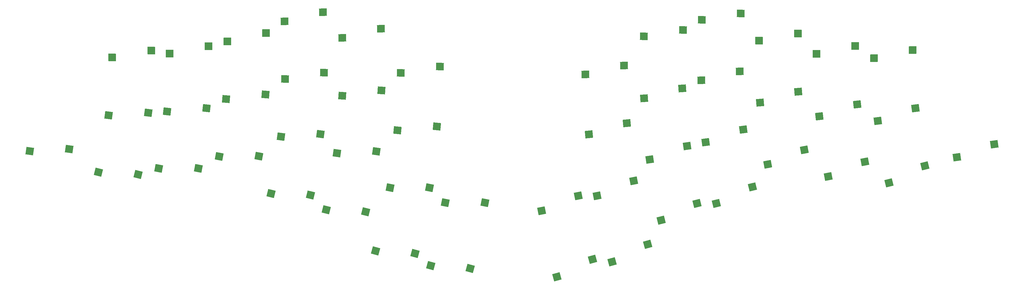
<source format=gbr>
%TF.GenerationSoftware,KiCad,Pcbnew,(6.0.1)*%
%TF.CreationDate,2022-02-27T14:39:43+09:00*%
%TF.ProjectId,ergotonic_f24,6572676f-746f-46e6-9963-5f6632342e6b,rev?*%
%TF.SameCoordinates,Original*%
%TF.FileFunction,Paste,Bot*%
%TF.FilePolarity,Positive*%
%FSLAX46Y46*%
G04 Gerber Fmt 4.6, Leading zero omitted, Abs format (unit mm)*
G04 Created by KiCad (PCBNEW (6.0.1)) date 2022-02-27 14:39:43*
%MOMM*%
%LPD*%
G01*
G04 APERTURE LIST*
G04 Aperture macros list*
%AMRotRect*
0 Rectangle, with rotation*
0 The origin of the aperture is its center*
0 $1 length*
0 $2 width*
0 $3 Rotation angle, in degrees counterclockwise*
0 Add horizontal line*
21,1,$1,$2,0,0,$3*%
G04 Aperture macros list end*
%ADD10RotRect,2.550000X2.500000X195.110000*%
%ADD11RotRect,2.550000X2.500000X188.510000*%
%ADD12RotRect,2.550000X2.500000X182.020000*%
%ADD13RotRect,2.550000X2.500000X194.390000*%
%ADD14RotRect,2.550000X2.500000X193.470000*%
%ADD15RotRect,2.550000X2.500000X176.380000*%
%ADD16RotRect,2.550000X2.500000X179.710000*%
%ADD17RotRect,2.550000X2.500000X187.620000*%
%ADD18RotRect,2.550000X2.500000X175.420000*%
%ADD19RotRect,2.550000X2.500000X190.850000*%
%ADD20RotRect,2.550000X2.500000X195.120000*%
%ADD21RotRect,2.550000X2.500000X181.120000*%
%ADD22RotRect,2.550000X2.500000X172.380000*%
%ADD23RotRect,2.550000X2.500000X166.530000*%
%ADD24RotRect,2.550000X2.500000X177.980000*%
%ADD25RotRect,2.550000X2.500000X184.580000*%
%ADD26RotRect,2.550000X2.500000X180.290000*%
%ADD27RotRect,2.550000X2.500000X194.000000*%
%ADD28RotRect,2.550000X2.500000X181.060000*%
%ADD29RotRect,2.550000X2.500000X185.430000*%
%ADD30RotRect,2.550000X2.500000X172.430000*%
%ADD31RotRect,2.550000X2.500000X169.150000*%
%ADD32RotRect,2.550000X2.500000X183.620000*%
%ADD33RotRect,2.550000X2.500000X165.610000*%
%ADD34RotRect,2.550000X2.500000X178.880000*%
%ADD35RotRect,2.550000X2.500000X190.660000*%
%ADD36RotRect,2.550000X2.500000X191.080000*%
%ADD37RotRect,2.550000X2.500000X173.450000*%
%ADD38RotRect,2.550000X2.500000X172.000000*%
%ADD39RotRect,2.550000X2.500000X174.570000*%
%ADD40RotRect,2.550000X2.500000X182.050000*%
%ADD41RotRect,2.550000X2.500000X169.340000*%
%ADD42RotRect,2.550000X2.500000X177.950000*%
%ADD43RotRect,2.550000X2.500000X168.870000*%
%ADD44RotRect,2.550000X2.500000X166.000000*%
%ADD45RotRect,2.550000X2.500000X164.890000*%
%ADD46RotRect,2.550000X2.500000X186.550000*%
%ADD47RotRect,2.550000X2.500000X188.000000*%
%ADD48RotRect,2.550000X2.500000X181.980000*%
%ADD49RotRect,2.550000X2.500000X178.020000*%
%ADD50RotRect,2.550000X2.500000X187.570000*%
%ADD51RotRect,2.550000X2.500000X168.920000*%
%ADD52RotRect,2.550000X2.500000X164.880000*%
%ADD53RotRect,2.550000X2.500000X191.130000*%
%ADD54RotRect,2.550000X2.500000X171.490000*%
%ADD55RotRect,2.550000X2.500000X178.940000*%
G04 APERTURE END LIST*
D10*
%TO.C,SW26*%
X14148839Y-98760683D03*
X25966807Y-92938778D03*
%TD*%
D11*
%TO.C,SW33*%
X45099131Y-59619418D03*
X57507931Y-55194420D03*
%TD*%
D12*
%TO.C,SW36*%
X62217872Y-33285313D03*
X75047308Y-30291236D03*
%TD*%
D13*
%TO.C,SW47*%
X124741038Y-67438459D03*
X136631230Y-61765518D03*
%TD*%
D14*
%TO.C,SW38*%
X67241236Y-74300223D03*
X79220982Y-68818927D03*
%TD*%
D15*
%TO.C,SW16*%
X-57297491Y-38368729D03*
X-44235911Y-36649993D03*
%TD*%
D16*
%TO.C,SW5*%
X-114752053Y-24383172D03*
X-101812363Y-21908634D03*
%TD*%
D17*
%TO.C,SW37*%
X63705755Y-53881918D03*
X76181791Y-49650197D03*
%TD*%
D18*
%TO.C,SW9*%
X-95958555Y-39527367D03*
X-82870012Y-38027711D03*
%TD*%
D19*
%TO.C,SW44*%
X104491530Y-65332075D03*
X116709313Y-60404123D03*
%TD*%
D20*
%TO.C,SW30*%
X32538734Y-93794993D03*
X44355685Y-87971025D03*
%TD*%
D21*
%TO.C,SW45*%
X119730706Y-25919972D03*
X132605588Y-23127780D03*
%TD*%
D22*
%TO.C,SW13*%
X-77750625Y-52002942D03*
X-64600969Y-51199523D03*
%TD*%
D23*
%TO.C,SW14*%
X-81021448Y-70999517D03*
X-67858386Y-71540554D03*
%TD*%
D24*
%TO.C,SW19*%
X-37805066Y-30788844D03*
X-24796569Y-28706078D03*
%TD*%
D25*
%TO.C,SW40*%
X81833802Y-40658855D03*
X94516702Y-37094732D03*
%TD*%
D26*
%TO.C,SW42*%
X100582235Y-24454893D03*
X113496213Y-21849496D03*
%TD*%
D27*
%TO.C,SW34*%
X48883973Y-79889465D03*
X60812504Y-74297590D03*
%TD*%
D28*
%TO.C,SW8*%
X-95613776Y-20262503D03*
X-82735977Y-17483796D03*
%TD*%
D29*
%TO.C,SW28*%
X24794434Y-51286849D03*
X37423066Y-47534970D03*
%TD*%
D30*
%TO.C,SW2*%
X-135075639Y-44902778D03*
X-121926689Y-44087884D03*
%TD*%
D31*
%TO.C,SW7*%
X-118409218Y-62664736D03*
X-105235184Y-62603501D03*
%TD*%
D32*
%TO.C,SW32*%
X43155764Y-39263407D03*
X55896598Y-35912278D03*
%TD*%
D33*
%TO.C,SW3*%
X-138466476Y-63916918D03*
X-125313798Y-64669236D03*
%TD*%
D34*
%TO.C,SW1*%
X-133897998Y-25642999D03*
X-120923820Y-23356161D03*
%TD*%
D35*
%TO.C,SW41*%
X84326421Y-61295422D03*
X96560478Y-56408013D03*
%TD*%
D36*
%TO.C,SW29*%
X27514930Y-71772937D03*
X39712833Y-66795980D03*
%TD*%
D37*
%TO.C,SW6*%
X-115630016Y-43647392D03*
X-102497656Y-42598557D03*
%TD*%
D38*
%TO.C,SW4*%
X-161361550Y-56908678D03*
X-148206855Y-56192487D03*
%TD*%
D39*
%TO.C,SW20*%
X-38900847Y-49945948D03*
X-25791497Y-48640622D03*
%TD*%
D40*
%TO.C,SW15*%
X-57288325Y-19091068D03*
X-44460459Y-16090273D03*
%TD*%
D41*
%TO.C,SW10*%
X-98251878Y-58674247D03*
X-85078119Y-58569326D03*
%TD*%
D24*
%TO.C,SW12*%
X-76379066Y-32785844D03*
X-63370569Y-30703078D03*
%TD*%
D42*
%TO.C,SW31*%
X43127394Y-18584184D03*
X56136981Y-16508229D03*
%TD*%
D43*
%TO.C,SW23*%
X-22984433Y-74015115D03*
X-9810256Y-74018261D03*
%TD*%
D44*
%TO.C,SW18*%
X-62633064Y-76461432D03*
X-49475569Y-77124205D03*
%TD*%
D45*
%TO.C,SW24*%
X-27828942Y-95066947D03*
X-14686756Y-95984482D03*
%TD*%
D46*
%TO.C,SW43*%
X101552508Y-45263767D03*
X114105391Y-41265760D03*
%TD*%
D47*
%TO.C,SW48*%
X147329451Y-58880761D03*
X159777147Y-54566389D03*
%TD*%
D48*
%TO.C,SW11*%
X-76549529Y-13576308D03*
X-63718005Y-10591188D03*
%TD*%
D49*
%TO.C,SW35*%
X62387989Y-13086725D03*
X75395029Y-10994878D03*
%TD*%
D50*
%TO.C,SW46*%
X121029135Y-46769496D03*
X133508859Y-42548664D03*
%TD*%
D51*
%TO.C,SW21*%
X-41420799Y-69049755D03*
X-28246625Y-69041404D03*
%TD*%
D12*
%TO.C,SW27*%
X23643872Y-31288313D03*
X36473308Y-28294236D03*
%TD*%
D52*
%TO.C,SW22*%
X-46218191Y-90098869D03*
X-33076166Y-91018697D03*
%TD*%
D53*
%TO.C,SW25*%
X9080946Y-76750431D03*
X21274500Y-71762831D03*
%TD*%
D54*
%TO.C,SW17*%
X-59113120Y-57522513D03*
X-45952571Y-56923442D03*
%TD*%
D55*
%TO.C,SW39*%
X81446201Y-20000366D03*
X94417977Y-17699943D03*
%TD*%
M02*

</source>
